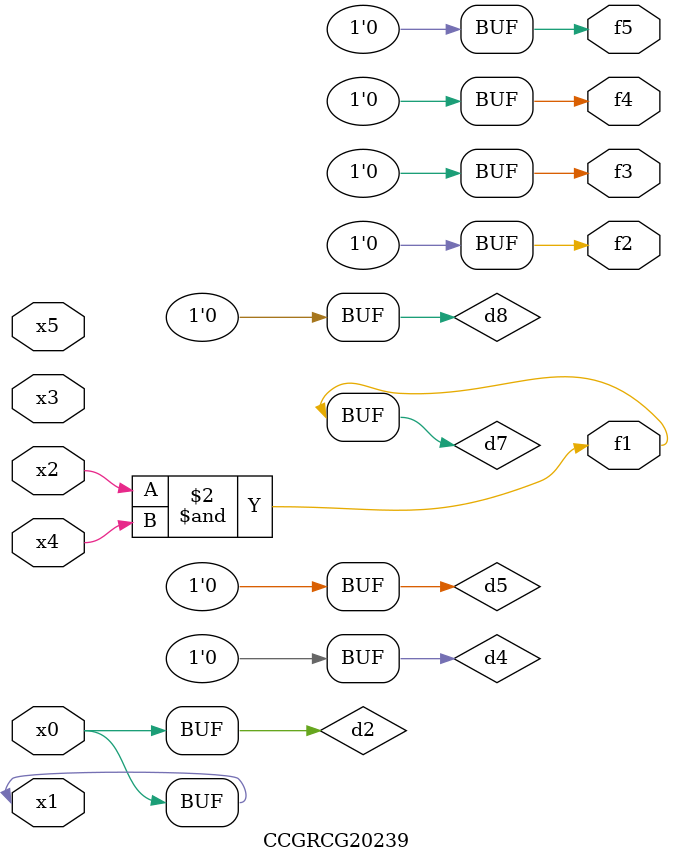
<source format=v>
module CCGRCG20239(
	input x0, x1, x2, x3, x4, x5,
	output f1, f2, f3, f4, f5
);

	wire d1, d2, d3, d4, d5, d6, d7, d8, d9;

	nand (d1, x1);
	buf (d2, x0, x1);
	nand (d3, x2, x4);
	and (d4, d1, d2);
	and (d5, d1, d2);
	nand (d6, d1, d3);
	not (d7, d3);
	xor (d8, d5);
	nor (d9, d5, d6);
	assign f1 = d7;
	assign f2 = d8;
	assign f3 = d8;
	assign f4 = d8;
	assign f5 = d8;
endmodule

</source>
